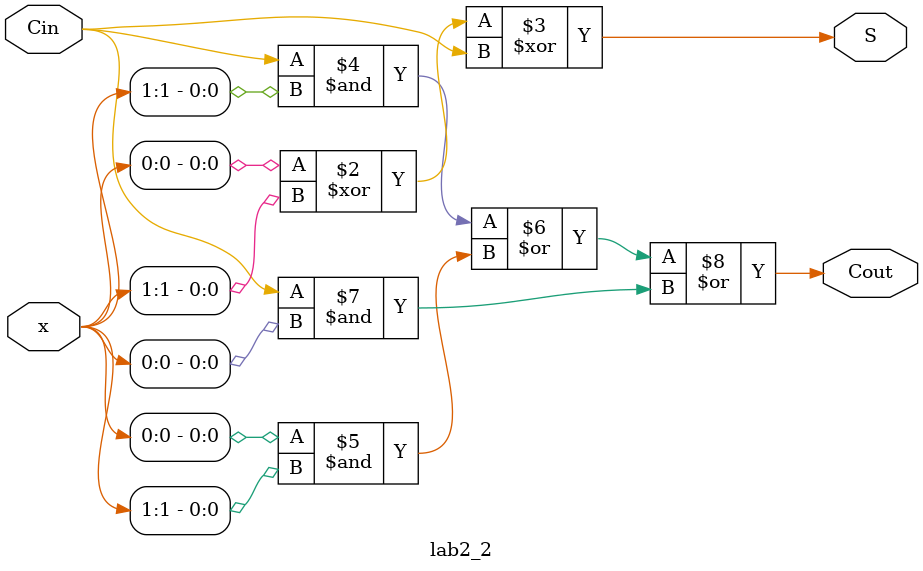
<source format=v>
module lab2_2(Cin,x,Cout,S);
input Cin;
input [1:0]x;
output reg Cout,S;
always @(x,Cin)
begin
    S=x[0]^x[1]^Cin;
    Cout= (Cin &x[1])|(x[0]&x[1])|(Cin&x[0]);
end
endmodule
</source>
